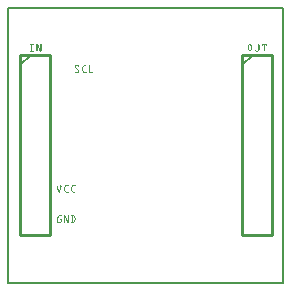
<source format=gto>
G04 MADE WITH FRITZING*
G04 WWW.FRITZING.ORG*
G04 DOUBLE SIDED*
G04 HOLES PLATED*
G04 CONTOUR ON CENTER OF CONTOUR VECTOR*
%ASAXBY*%
%FSLAX23Y23*%
%MOIN*%
%OFA0B0*%
%SFA1.0B1.0*%
%ADD10R,0.925197X0.925197X0.909197X0.909197*%
%ADD11C,0.008000*%
%ADD12C,0.010000*%
%ADD13C,0.005000*%
%ADD14R,0.001000X0.001000*%
%LNSILK1*%
G90*
G70*
G54D11*
X4Y921D02*
X921Y921D01*
X921Y4D01*
X4Y4D01*
X4Y921D01*
D02*
G54D12*
X784Y764D02*
X784Y164D01*
D02*
X784Y164D02*
X884Y164D01*
D02*
X884Y164D02*
X884Y764D01*
D02*
X884Y764D02*
X784Y764D01*
G54D13*
D02*
X784Y729D02*
X819Y764D01*
G54D12*
D02*
X44Y764D02*
X44Y164D01*
D02*
X44Y164D02*
X144Y164D01*
D02*
X144Y164D02*
X144Y764D01*
D02*
X144Y764D02*
X44Y764D01*
G54D13*
D02*
X44Y729D02*
X79Y764D01*
G54D14*
X76Y800D02*
X90Y800D01*
X99Y800D02*
X103Y800D01*
X113Y800D02*
X114Y800D01*
X809Y800D02*
X812Y800D01*
X827Y800D02*
X828Y800D01*
X840Y800D02*
X841Y800D01*
X850Y800D02*
X865Y800D01*
X76Y799D02*
X91Y799D01*
X99Y799D02*
X103Y799D01*
X112Y799D02*
X115Y799D01*
X808Y799D02*
X813Y799D01*
X826Y799D02*
X828Y799D01*
X839Y799D02*
X841Y799D01*
X850Y799D02*
X865Y799D01*
X76Y798D02*
X91Y798D01*
X99Y798D02*
X104Y798D01*
X112Y798D02*
X115Y798D01*
X807Y798D02*
X814Y798D01*
X826Y798D02*
X828Y798D01*
X839Y798D02*
X842Y798D01*
X850Y798D02*
X865Y798D01*
X82Y797D02*
X85Y797D01*
X99Y797D02*
X104Y797D01*
X112Y797D02*
X115Y797D01*
X806Y797D02*
X809Y797D01*
X811Y797D02*
X814Y797D01*
X826Y797D02*
X828Y797D01*
X839Y797D02*
X842Y797D01*
X850Y797D02*
X852Y797D01*
X856Y797D02*
X859Y797D01*
X863Y797D02*
X865Y797D01*
X82Y796D02*
X84Y796D01*
X99Y796D02*
X105Y796D01*
X112Y796D02*
X115Y796D01*
X806Y796D02*
X809Y796D01*
X812Y796D02*
X815Y796D01*
X826Y796D02*
X828Y796D01*
X839Y796D02*
X842Y796D01*
X850Y796D02*
X852Y796D01*
X856Y796D02*
X859Y796D01*
X863Y796D02*
X865Y796D01*
X82Y795D02*
X84Y795D01*
X99Y795D02*
X105Y795D01*
X112Y795D02*
X115Y795D01*
X805Y795D02*
X808Y795D01*
X812Y795D02*
X815Y795D01*
X826Y795D02*
X828Y795D01*
X839Y795D02*
X842Y795D01*
X850Y795D02*
X852Y795D01*
X856Y795D02*
X859Y795D01*
X863Y795D02*
X865Y795D01*
X82Y794D02*
X84Y794D01*
X99Y794D02*
X105Y794D01*
X112Y794D02*
X115Y794D01*
X805Y794D02*
X808Y794D01*
X813Y794D02*
X816Y794D01*
X826Y794D02*
X828Y794D01*
X839Y794D02*
X842Y794D01*
X856Y794D02*
X859Y794D01*
X82Y793D02*
X84Y793D01*
X99Y793D02*
X106Y793D01*
X112Y793D02*
X115Y793D01*
X804Y793D02*
X807Y793D01*
X813Y793D02*
X816Y793D01*
X826Y793D02*
X828Y793D01*
X839Y793D02*
X842Y793D01*
X856Y793D02*
X859Y793D01*
X82Y792D02*
X84Y792D01*
X99Y792D02*
X102Y792D01*
X104Y792D02*
X106Y792D01*
X112Y792D02*
X115Y792D01*
X804Y792D02*
X807Y792D01*
X814Y792D02*
X817Y792D01*
X826Y792D02*
X828Y792D01*
X839Y792D02*
X842Y792D01*
X856Y792D02*
X859Y792D01*
X82Y791D02*
X84Y791D01*
X99Y791D02*
X102Y791D01*
X104Y791D02*
X107Y791D01*
X112Y791D02*
X115Y791D01*
X803Y791D02*
X806Y791D01*
X814Y791D02*
X817Y791D01*
X826Y791D02*
X828Y791D01*
X839Y791D02*
X842Y791D01*
X856Y791D02*
X859Y791D01*
X82Y790D02*
X84Y790D01*
X99Y790D02*
X102Y790D01*
X105Y790D02*
X107Y790D01*
X112Y790D02*
X115Y790D01*
X803Y790D02*
X806Y790D01*
X815Y790D02*
X817Y790D01*
X826Y790D02*
X828Y790D01*
X839Y790D02*
X842Y790D01*
X856Y790D02*
X859Y790D01*
X82Y789D02*
X84Y789D01*
X99Y789D02*
X102Y789D01*
X105Y789D02*
X108Y789D01*
X112Y789D02*
X115Y789D01*
X803Y789D02*
X805Y789D01*
X815Y789D02*
X818Y789D01*
X826Y789D02*
X828Y789D01*
X839Y789D02*
X842Y789D01*
X856Y789D02*
X859Y789D01*
X82Y788D02*
X84Y788D01*
X99Y788D02*
X102Y788D01*
X105Y788D02*
X108Y788D01*
X112Y788D02*
X115Y788D01*
X803Y788D02*
X805Y788D01*
X816Y788D02*
X818Y788D01*
X826Y788D02*
X828Y788D01*
X839Y788D02*
X842Y788D01*
X856Y788D02*
X859Y788D01*
X82Y787D02*
X84Y787D01*
X99Y787D02*
X102Y787D01*
X106Y787D02*
X108Y787D01*
X112Y787D02*
X115Y787D01*
X803Y787D02*
X805Y787D01*
X815Y787D02*
X818Y787D01*
X826Y787D02*
X828Y787D01*
X839Y787D02*
X842Y787D01*
X856Y787D02*
X859Y787D01*
X82Y786D02*
X84Y786D01*
X99Y786D02*
X102Y786D01*
X106Y786D02*
X109Y786D01*
X112Y786D02*
X115Y786D01*
X803Y786D02*
X805Y786D01*
X815Y786D02*
X818Y786D01*
X826Y786D02*
X828Y786D01*
X839Y786D02*
X842Y786D01*
X856Y786D02*
X859Y786D01*
X82Y785D02*
X84Y785D01*
X99Y785D02*
X102Y785D01*
X107Y785D02*
X109Y785D01*
X112Y785D02*
X115Y785D01*
X803Y785D02*
X806Y785D01*
X815Y785D02*
X817Y785D01*
X826Y785D02*
X828Y785D01*
X839Y785D02*
X842Y785D01*
X856Y785D02*
X859Y785D01*
X82Y784D02*
X84Y784D01*
X99Y784D02*
X102Y784D01*
X107Y784D02*
X110Y784D01*
X112Y784D02*
X115Y784D01*
X803Y784D02*
X806Y784D01*
X814Y784D02*
X817Y784D01*
X826Y784D02*
X828Y784D01*
X839Y784D02*
X842Y784D01*
X856Y784D02*
X859Y784D01*
X82Y783D02*
X84Y783D01*
X99Y783D02*
X102Y783D01*
X108Y783D02*
X110Y783D01*
X112Y783D02*
X115Y783D01*
X804Y783D02*
X807Y783D01*
X814Y783D02*
X816Y783D01*
X826Y783D02*
X828Y783D01*
X839Y783D02*
X842Y783D01*
X856Y783D02*
X859Y783D01*
X82Y782D02*
X84Y782D01*
X99Y782D02*
X102Y782D01*
X108Y782D02*
X115Y782D01*
X804Y782D02*
X807Y782D01*
X813Y782D02*
X816Y782D01*
X826Y782D02*
X828Y782D01*
X839Y782D02*
X842Y782D01*
X856Y782D02*
X859Y782D01*
X82Y781D02*
X84Y781D01*
X99Y781D02*
X102Y781D01*
X108Y781D02*
X115Y781D01*
X805Y781D02*
X808Y781D01*
X813Y781D02*
X815Y781D01*
X826Y781D02*
X828Y781D01*
X839Y781D02*
X842Y781D01*
X856Y781D02*
X859Y781D01*
X82Y780D02*
X84Y780D01*
X99Y780D02*
X102Y780D01*
X109Y780D02*
X115Y780D01*
X805Y780D02*
X808Y780D01*
X812Y780D02*
X815Y780D01*
X826Y780D02*
X828Y780D01*
X839Y780D02*
X842Y780D01*
X856Y780D02*
X859Y780D01*
X82Y779D02*
X84Y779D01*
X99Y779D02*
X102Y779D01*
X109Y779D02*
X115Y779D01*
X806Y779D02*
X809Y779D01*
X812Y779D02*
X814Y779D01*
X826Y779D02*
X829Y779D01*
X839Y779D02*
X841Y779D01*
X856Y779D02*
X859Y779D01*
X77Y778D02*
X90Y778D01*
X99Y778D02*
X102Y778D01*
X110Y778D02*
X115Y778D01*
X806Y778D02*
X814Y778D01*
X827Y778D02*
X841Y778D01*
X856Y778D02*
X859Y778D01*
X76Y777D02*
X91Y777D01*
X99Y777D02*
X102Y777D01*
X110Y777D02*
X115Y777D01*
X807Y777D02*
X813Y777D01*
X827Y777D02*
X840Y777D01*
X856Y777D02*
X859Y777D01*
X76Y776D02*
X91Y776D01*
X99Y776D02*
X101Y776D01*
X111Y776D02*
X115Y776D01*
X808Y776D02*
X813Y776D01*
X828Y776D02*
X840Y776D01*
X856Y776D02*
X858Y776D01*
X77Y775D02*
X90Y775D01*
X100Y775D02*
X100Y775D01*
X111Y775D02*
X114Y775D01*
X810Y775D02*
X811Y775D01*
X830Y775D02*
X837Y775D01*
X857Y775D02*
X857Y775D01*
X228Y729D02*
X239Y729D01*
X256Y729D02*
X264Y729D01*
X274Y729D02*
X275Y729D01*
X227Y728D02*
X240Y728D01*
X255Y728D02*
X265Y728D01*
X273Y728D02*
X276Y728D01*
X226Y727D02*
X241Y727D01*
X254Y727D02*
X265Y727D01*
X273Y727D02*
X276Y727D01*
X226Y726D02*
X229Y726D01*
X238Y726D02*
X241Y726D01*
X253Y726D02*
X256Y726D01*
X273Y726D02*
X276Y726D01*
X226Y725D02*
X229Y725D01*
X239Y725D02*
X241Y725D01*
X253Y725D02*
X256Y725D01*
X273Y725D02*
X276Y725D01*
X227Y724D02*
X230Y724D01*
X240Y724D02*
X241Y724D01*
X252Y724D02*
X255Y724D01*
X273Y724D02*
X276Y724D01*
X227Y723D02*
X230Y723D01*
X252Y723D02*
X255Y723D01*
X273Y723D02*
X276Y723D01*
X228Y722D02*
X231Y722D01*
X251Y722D02*
X254Y722D01*
X273Y722D02*
X276Y722D01*
X229Y721D02*
X232Y721D01*
X251Y721D02*
X254Y721D01*
X273Y721D02*
X276Y721D01*
X230Y720D02*
X233Y720D01*
X250Y720D02*
X253Y720D01*
X273Y720D02*
X276Y720D01*
X230Y719D02*
X234Y719D01*
X250Y719D02*
X252Y719D01*
X273Y719D02*
X276Y719D01*
X231Y718D02*
X234Y718D01*
X250Y718D02*
X252Y718D01*
X273Y718D02*
X276Y718D01*
X232Y717D02*
X235Y717D01*
X250Y717D02*
X252Y717D01*
X273Y717D02*
X276Y717D01*
X233Y716D02*
X236Y716D01*
X250Y716D02*
X252Y716D01*
X273Y716D02*
X276Y716D01*
X233Y715D02*
X237Y715D01*
X250Y715D02*
X252Y715D01*
X273Y715D02*
X276Y715D01*
X234Y714D02*
X237Y714D01*
X250Y714D02*
X253Y714D01*
X273Y714D02*
X276Y714D01*
X235Y713D02*
X238Y713D01*
X251Y713D02*
X253Y713D01*
X273Y713D02*
X276Y713D01*
X236Y712D02*
X239Y712D01*
X251Y712D02*
X254Y712D01*
X273Y712D02*
X276Y712D01*
X237Y711D02*
X240Y711D01*
X252Y711D02*
X254Y711D01*
X273Y711D02*
X276Y711D01*
X227Y710D02*
X227Y710D01*
X237Y710D02*
X241Y710D01*
X252Y710D02*
X255Y710D01*
X273Y710D02*
X276Y710D01*
X226Y709D02*
X228Y709D01*
X238Y709D02*
X241Y709D01*
X253Y709D02*
X255Y709D01*
X273Y709D02*
X276Y709D01*
X226Y708D02*
X229Y708D01*
X239Y708D02*
X241Y708D01*
X253Y708D02*
X256Y708D01*
X273Y708D02*
X276Y708D01*
X226Y707D02*
X241Y707D01*
X254Y707D02*
X264Y707D01*
X273Y707D02*
X288Y707D01*
X227Y706D02*
X241Y706D01*
X254Y706D02*
X265Y706D01*
X273Y706D02*
X288Y706D01*
X228Y705D02*
X240Y705D01*
X255Y705D02*
X265Y705D01*
X273Y705D02*
X288Y705D01*
X199Y330D02*
X203Y330D01*
X222Y330D02*
X227Y330D01*
X166Y329D02*
X168Y329D01*
X179Y329D02*
X181Y329D01*
X195Y329D02*
X205Y329D01*
X219Y329D02*
X229Y329D01*
X166Y328D02*
X169Y328D01*
X179Y328D02*
X182Y328D01*
X194Y328D02*
X205Y328D01*
X218Y328D02*
X229Y328D01*
X166Y327D02*
X169Y327D01*
X179Y327D02*
X182Y327D01*
X194Y327D02*
X204Y327D01*
X217Y327D02*
X228Y327D01*
X166Y326D02*
X169Y326D01*
X179Y326D02*
X182Y326D01*
X193Y326D02*
X196Y326D01*
X217Y326D02*
X220Y326D01*
X166Y325D02*
X169Y325D01*
X179Y325D02*
X182Y325D01*
X193Y325D02*
X196Y325D01*
X216Y325D02*
X219Y325D01*
X166Y324D02*
X169Y324D01*
X179Y324D02*
X182Y324D01*
X192Y324D02*
X195Y324D01*
X216Y324D02*
X219Y324D01*
X166Y323D02*
X169Y323D01*
X179Y323D02*
X182Y323D01*
X192Y323D02*
X195Y323D01*
X215Y323D02*
X218Y323D01*
X166Y322D02*
X169Y322D01*
X179Y322D02*
X181Y322D01*
X191Y322D02*
X194Y322D01*
X215Y322D02*
X218Y322D01*
X167Y321D02*
X169Y321D01*
X178Y321D02*
X181Y321D01*
X191Y321D02*
X194Y321D01*
X214Y321D02*
X217Y321D01*
X167Y320D02*
X170Y320D01*
X178Y320D02*
X181Y320D01*
X190Y320D02*
X193Y320D01*
X214Y320D02*
X217Y320D01*
X168Y319D02*
X170Y319D01*
X178Y319D02*
X180Y319D01*
X190Y319D02*
X193Y319D01*
X214Y319D02*
X216Y319D01*
X168Y318D02*
X171Y318D01*
X177Y318D02*
X180Y318D01*
X190Y318D02*
X192Y318D01*
X214Y318D02*
X216Y318D01*
X168Y317D02*
X171Y317D01*
X177Y317D02*
X179Y317D01*
X190Y317D02*
X192Y317D01*
X214Y317D02*
X216Y317D01*
X169Y316D02*
X171Y316D01*
X177Y316D02*
X179Y316D01*
X190Y316D02*
X192Y316D01*
X214Y316D02*
X216Y316D01*
X169Y315D02*
X172Y315D01*
X176Y315D02*
X179Y315D01*
X190Y315D02*
X193Y315D01*
X214Y315D02*
X216Y315D01*
X170Y314D02*
X172Y314D01*
X176Y314D02*
X178Y314D01*
X191Y314D02*
X193Y314D01*
X214Y314D02*
X217Y314D01*
X170Y313D02*
X173Y313D01*
X175Y313D02*
X178Y313D01*
X191Y313D02*
X194Y313D01*
X215Y313D02*
X217Y313D01*
X170Y312D02*
X173Y312D01*
X175Y312D02*
X178Y312D01*
X192Y312D02*
X194Y312D01*
X215Y312D02*
X218Y312D01*
X171Y311D02*
X177Y311D01*
X192Y311D02*
X195Y311D01*
X216Y311D02*
X218Y311D01*
X171Y310D02*
X177Y310D01*
X193Y310D02*
X195Y310D01*
X216Y310D02*
X219Y310D01*
X171Y309D02*
X176Y309D01*
X193Y309D02*
X196Y309D01*
X217Y309D02*
X219Y309D01*
X172Y308D02*
X176Y308D01*
X194Y308D02*
X197Y308D01*
X217Y308D02*
X220Y308D01*
X172Y307D02*
X176Y307D01*
X194Y307D02*
X205Y307D01*
X218Y307D02*
X228Y307D01*
X173Y306D02*
X175Y306D01*
X195Y306D02*
X205Y306D01*
X219Y306D02*
X229Y306D01*
X173Y305D02*
X175Y305D01*
X196Y305D02*
X205Y305D01*
X220Y305D02*
X228Y305D01*
X175Y229D02*
X182Y229D01*
X191Y229D02*
X194Y229D01*
X204Y229D02*
X205Y229D01*
X215Y229D02*
X223Y229D01*
X174Y228D02*
X182Y228D01*
X191Y228D02*
X195Y228D01*
X204Y228D02*
X206Y228D01*
X214Y228D02*
X224Y228D01*
X173Y227D02*
X182Y227D01*
X191Y227D02*
X195Y227D01*
X204Y227D02*
X206Y227D01*
X215Y227D02*
X225Y227D01*
X172Y226D02*
X175Y226D01*
X191Y226D02*
X196Y226D01*
X204Y226D02*
X206Y226D01*
X217Y226D02*
X220Y226D01*
X222Y226D02*
X226Y226D01*
X171Y225D02*
X174Y225D01*
X191Y225D02*
X196Y225D01*
X204Y225D02*
X206Y225D01*
X218Y225D02*
X220Y225D01*
X224Y225D02*
X226Y225D01*
X170Y224D02*
X173Y224D01*
X191Y224D02*
X196Y224D01*
X204Y224D02*
X206Y224D01*
X218Y224D02*
X220Y224D01*
X224Y224D02*
X227Y224D01*
X169Y223D02*
X173Y223D01*
X191Y223D02*
X197Y223D01*
X204Y223D02*
X206Y223D01*
X218Y223D02*
X220Y223D01*
X225Y223D02*
X227Y223D01*
X169Y222D02*
X172Y222D01*
X191Y222D02*
X193Y222D01*
X195Y222D02*
X197Y222D01*
X204Y222D02*
X206Y222D01*
X218Y222D02*
X220Y222D01*
X225Y222D02*
X228Y222D01*
X168Y221D02*
X171Y221D01*
X191Y221D02*
X193Y221D01*
X195Y221D02*
X198Y221D01*
X204Y221D02*
X206Y221D01*
X218Y221D02*
X220Y221D01*
X226Y221D02*
X228Y221D01*
X168Y220D02*
X170Y220D01*
X191Y220D02*
X193Y220D01*
X196Y220D02*
X198Y220D01*
X204Y220D02*
X206Y220D01*
X218Y220D02*
X220Y220D01*
X226Y220D02*
X229Y220D01*
X167Y219D02*
X170Y219D01*
X191Y219D02*
X193Y219D01*
X196Y219D02*
X199Y219D01*
X204Y219D02*
X206Y219D01*
X218Y219D02*
X220Y219D01*
X227Y219D02*
X229Y219D01*
X167Y218D02*
X169Y218D01*
X191Y218D02*
X193Y218D01*
X196Y218D02*
X199Y218D01*
X204Y218D02*
X206Y218D01*
X218Y218D02*
X220Y218D01*
X227Y218D02*
X229Y218D01*
X167Y217D02*
X169Y217D01*
X191Y217D02*
X193Y217D01*
X197Y217D02*
X200Y217D01*
X204Y217D02*
X206Y217D01*
X218Y217D02*
X220Y217D01*
X227Y217D02*
X230Y217D01*
X167Y216D02*
X169Y216D01*
X191Y216D02*
X193Y216D01*
X197Y216D02*
X200Y216D01*
X204Y216D02*
X206Y216D01*
X218Y216D02*
X220Y216D01*
X227Y216D02*
X230Y216D01*
X167Y215D02*
X169Y215D01*
X176Y215D02*
X182Y215D01*
X191Y215D02*
X193Y215D01*
X198Y215D02*
X200Y215D01*
X204Y215D02*
X206Y215D01*
X218Y215D02*
X220Y215D01*
X227Y215D02*
X229Y215D01*
X167Y214D02*
X169Y214D01*
X175Y214D02*
X182Y214D01*
X191Y214D02*
X193Y214D01*
X198Y214D02*
X201Y214D01*
X204Y214D02*
X206Y214D01*
X218Y214D02*
X220Y214D01*
X227Y214D02*
X229Y214D01*
X167Y213D02*
X169Y213D01*
X176Y213D02*
X182Y213D01*
X191Y213D02*
X193Y213D01*
X199Y213D02*
X201Y213D01*
X204Y213D02*
X206Y213D01*
X218Y213D02*
X220Y213D01*
X226Y213D02*
X229Y213D01*
X167Y212D02*
X169Y212D01*
X180Y212D02*
X182Y212D01*
X191Y212D02*
X193Y212D01*
X199Y212D02*
X202Y212D01*
X204Y212D02*
X206Y212D01*
X218Y212D02*
X220Y212D01*
X225Y212D02*
X228Y212D01*
X167Y211D02*
X169Y211D01*
X180Y211D02*
X182Y211D01*
X191Y211D02*
X193Y211D01*
X199Y211D02*
X202Y211D01*
X204Y211D02*
X206Y211D01*
X218Y211D02*
X220Y211D01*
X225Y211D02*
X228Y211D01*
X167Y210D02*
X169Y210D01*
X180Y210D02*
X182Y210D01*
X191Y210D02*
X193Y210D01*
X200Y210D02*
X206Y210D01*
X218Y210D02*
X220Y210D01*
X224Y210D02*
X227Y210D01*
X167Y209D02*
X169Y209D01*
X180Y209D02*
X182Y209D01*
X191Y209D02*
X193Y209D01*
X200Y209D02*
X206Y209D01*
X218Y209D02*
X220Y209D01*
X224Y209D02*
X227Y209D01*
X167Y208D02*
X170Y208D01*
X180Y208D02*
X182Y208D01*
X191Y208D02*
X193Y208D01*
X201Y208D02*
X206Y208D01*
X218Y208D02*
X220Y208D01*
X223Y208D02*
X226Y208D01*
X167Y207D02*
X182Y207D01*
X191Y207D02*
X193Y207D01*
X201Y207D02*
X206Y207D01*
X215Y207D02*
X226Y207D01*
X168Y206D02*
X181Y206D01*
X191Y206D02*
X193Y206D01*
X202Y206D02*
X206Y206D01*
X214Y206D02*
X225Y206D01*
X169Y205D02*
X180Y205D01*
X191Y205D02*
X193Y205D01*
X202Y205D02*
X206Y205D01*
X214Y205D02*
X224Y205D01*
X171Y204D02*
X178Y204D01*
X192Y204D02*
X192Y204D01*
X203Y204D02*
X206Y204D01*
X215Y204D02*
X222Y204D01*
D02*
G04 End of Silk1*
M02*
</source>
